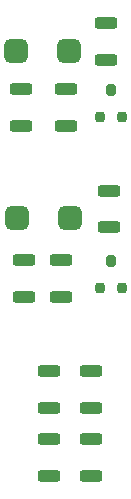
<source format=gtp>
G04*
G04 #@! TF.GenerationSoftware,Altium Limited,Altium Designer,21.3.2 (30)*
G04*
G04 Layer_Color=8421504*
%FSTAX24Y24*%
%MOIN*%
G70*
G04*
G04 #@! TF.SameCoordinates,2CDE0281-AAEF-468F-B01B-39F68B6DA6A9*
G04*
G04*
G04 #@! TF.FilePolarity,Positive*
G04*
G01*
G75*
G04:AMPARAMS|DCode=18|XSize=74.8mil|YSize=39.4mil|CornerRadius=9.8mil|HoleSize=0mil|Usage=FLASHONLY|Rotation=0.000|XOffset=0mil|YOffset=0mil|HoleType=Round|Shape=RoundedRectangle|*
%AMROUNDEDRECTD18*
21,1,0.0748,0.0197,0,0,0.0*
21,1,0.0551,0.0394,0,0,0.0*
1,1,0.0197,0.0276,-0.0098*
1,1,0.0197,-0.0276,-0.0098*
1,1,0.0197,-0.0276,0.0098*
1,1,0.0197,0.0276,0.0098*
%
%ADD18ROUNDEDRECTD18*%
G04:AMPARAMS|DCode=19|XSize=31.5mil|YSize=39.4mil|CornerRadius=7.9mil|HoleSize=0mil|Usage=FLASHONLY|Rotation=180.000|XOffset=0mil|YOffset=0mil|HoleType=Round|Shape=RoundedRectangle|*
%AMROUNDEDRECTD19*
21,1,0.0315,0.0236,0,0,180.0*
21,1,0.0157,0.0394,0,0,180.0*
1,1,0.0157,-0.0079,0.0118*
1,1,0.0157,0.0079,0.0118*
1,1,0.0157,0.0079,-0.0118*
1,1,0.0157,-0.0079,-0.0118*
%
%ADD19ROUNDEDRECTD19*%
G04:AMPARAMS|DCode=20|XSize=31.5mil|YSize=35.4mil|CornerRadius=7.9mil|HoleSize=0mil|Usage=FLASHONLY|Rotation=180.000|XOffset=0mil|YOffset=0mil|HoleType=Round|Shape=RoundedRectangle|*
%AMROUNDEDRECTD20*
21,1,0.0315,0.0197,0,0,180.0*
21,1,0.0157,0.0354,0,0,180.0*
1,1,0.0157,-0.0079,0.0098*
1,1,0.0157,0.0079,0.0098*
1,1,0.0157,0.0079,-0.0098*
1,1,0.0157,-0.0079,-0.0098*
%
%ADD20ROUNDEDRECTD20*%
G04:AMPARAMS|DCode=21|XSize=78.7mil|YSize=78.7mil|CornerRadius=19.7mil|HoleSize=0mil|Usage=FLASHONLY|Rotation=270.000|XOffset=0mil|YOffset=0mil|HoleType=Round|Shape=RoundedRectangle|*
%AMROUNDEDRECTD21*
21,1,0.0787,0.0394,0,0,270.0*
21,1,0.0394,0.0787,0,0,270.0*
1,1,0.0394,-0.0197,-0.0197*
1,1,0.0394,-0.0197,0.0197*
1,1,0.0394,0.0197,0.0197*
1,1,0.0394,0.0197,-0.0197*
%
%ADD21ROUNDEDRECTD21*%
D18*
X061Y05194D02*
D03*
Y05316D02*
D03*
X062345Y05414D02*
D03*
Y05536D02*
D03*
X0595Y05316D02*
D03*
Y05194D02*
D03*
X060453Y04376D02*
D03*
Y04254D02*
D03*
X06185D02*
D03*
Y04376D02*
D03*
X060447Y04029D02*
D03*
Y04151D02*
D03*
X06185D02*
D03*
Y04029D02*
D03*
X062423Y04856D02*
D03*
Y049781D02*
D03*
X0596Y04624D02*
D03*
Y04746D02*
D03*
X06085D02*
D03*
Y04624D02*
D03*
D19*
X0625Y053138D02*
D03*
Y047453D02*
D03*
D20*
X062126Y052233D02*
D03*
X062874D02*
D03*
X062126Y046547D02*
D03*
X062874D02*
D03*
D21*
X061122Y054455D02*
D03*
X05935D02*
D03*
X06115Y048875D02*
D03*
X059378D02*
D03*
M02*

</source>
